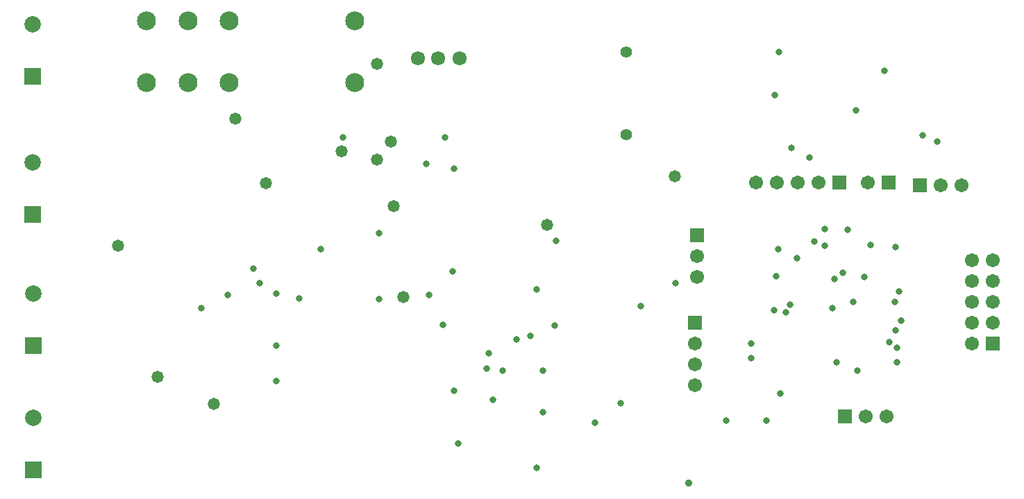
<source format=gbs>
G04*
G04 #@! TF.GenerationSoftware,Altium Limited,Altium Designer,23.4.1 (23)*
G04*
G04 Layer_Color=16711935*
%FSLAX44Y44*%
%MOMM*%
G71*
G04*
G04 #@! TF.SameCoordinates,80FF149A-008E-4E34-88B8-DC70BB772429*
G04*
G04*
G04 #@! TF.FilePolarity,Negative*
G04*
G01*
G75*
%ADD36C,1.7222*%
%ADD37R,2.0032X2.0032*%
%ADD38C,2.0032*%
%ADD39C,1.4032*%
%ADD40C,1.7032*%
%ADD41R,1.7032X1.7032*%
%ADD42R,1.7032X1.7032*%
%ADD43C,2.3032*%
%ADD44C,0.8382*%
%ADD45C,1.4732*%
%ADD46C,0.9144*%
D36*
X545900Y548640D02*
D03*
X570900D02*
D03*
X596900D02*
D03*
D37*
X77470Y46990D02*
D03*
X76200Y527050D02*
D03*
Y358140D02*
D03*
X77470Y198120D02*
D03*
D38*
Y110490D02*
D03*
X76200Y590550D02*
D03*
Y421640D02*
D03*
X77470Y261620D02*
D03*
D39*
X800100Y556260D02*
D03*
Y456260D02*
D03*
D40*
X886460Y281940D02*
D03*
Y307340D02*
D03*
X1094740Y397510D02*
D03*
X883920Y200660D02*
D03*
Y175260D02*
D03*
Y149860D02*
D03*
X1209040Y393700D02*
D03*
X1183640D02*
D03*
X1035050Y397510D02*
D03*
X1009650D02*
D03*
X984250D02*
D03*
X958850D02*
D03*
X1117600Y111760D02*
D03*
X1092200D02*
D03*
X1221740Y200660D02*
D03*
X1247140Y226060D02*
D03*
X1221740D02*
D03*
X1247140Y251460D02*
D03*
X1221740D02*
D03*
X1247140Y276860D02*
D03*
X1221740D02*
D03*
X1247140Y302260D02*
D03*
X1221740D02*
D03*
D41*
X886460Y332740D02*
D03*
X883920Y226060D02*
D03*
X1247140Y200660D02*
D03*
D42*
X1120140Y397510D02*
D03*
X1158240Y393700D02*
D03*
X1060450Y397510D02*
D03*
X1066800Y111760D02*
D03*
D43*
X215430Y594360D02*
D03*
Y519360D02*
D03*
X468830Y594360D02*
D03*
X316230D02*
D03*
X265830D02*
D03*
Y519360D02*
D03*
X316230D02*
D03*
X468830D02*
D03*
D44*
X1128522Y217424D02*
D03*
X594868Y79248D02*
D03*
X314452Y260096D02*
D03*
X400965Y255931D02*
D03*
X1120902Y202692D02*
D03*
X690626Y49530D02*
D03*
X588518Y289306D02*
D03*
X559308Y260350D02*
D03*
X986536Y556260D02*
D03*
X666242Y205994D02*
D03*
X683006Y210058D02*
D03*
X712724Y223012D02*
D03*
X649224Y167894D02*
D03*
X630174Y170434D02*
D03*
X994664Y239014D02*
D03*
X1000252Y248412D02*
D03*
X632460Y189230D02*
D03*
X576580Y223520D02*
D03*
X1029970Y325120D02*
D03*
X454660Y452120D02*
D03*
X556260Y420370D02*
D03*
X1098550Y321310D02*
D03*
X1090930Y281940D02*
D03*
X1162050Y454660D02*
D03*
X1179830Y447040D02*
D03*
X1115060Y533400D02*
D03*
X499110Y335280D02*
D03*
X715010Y326390D02*
D03*
X817880Y246380D02*
D03*
X590550Y414020D02*
D03*
X427990Y316230D02*
D03*
X590550Y143510D02*
D03*
X971550Y106680D02*
D03*
X981710Y504190D02*
D03*
X1042670Y320040D02*
D03*
X1064260Y287020D02*
D03*
X1054100Y279400D02*
D03*
X1042670Y340360D02*
D03*
X982980Y283210D02*
D03*
X985520Y316230D02*
D03*
X1008380Y304800D02*
D03*
X637540Y132080D02*
D03*
X698500Y167640D02*
D03*
Y116840D02*
D03*
X762000Y104140D02*
D03*
X952500Y182880D02*
D03*
X922020Y106680D02*
D03*
X373380Y154940D02*
D03*
Y198120D02*
D03*
X281940Y243840D02*
D03*
X353060Y274320D02*
D03*
X373380Y261620D02*
D03*
X345440Y292100D02*
D03*
X579120Y452120D02*
D03*
X952500Y200660D02*
D03*
X1130300Y177800D02*
D03*
X1056640D02*
D03*
X1130300Y195580D02*
D03*
X690880Y266700D02*
D03*
X498602Y255270D02*
D03*
X792988Y128270D02*
D03*
X1070356Y339598D02*
D03*
X1080262Y485902D02*
D03*
X1135380Y228600D02*
D03*
X1127760Y251460D02*
D03*
X1128776Y318717D02*
D03*
X1132840Y264160D02*
D03*
X860044Y274320D02*
D03*
X980440Y241300D02*
D03*
X1051560Y243840D02*
D03*
X1082040Y167640D02*
D03*
X988060Y139700D02*
D03*
X1076960Y251460D02*
D03*
X1023366Y427736D02*
D03*
X1001776Y439420D02*
D03*
D45*
X496570Y542290D02*
D03*
Y425450D02*
D03*
X453390Y435610D02*
D03*
X516890Y368300D02*
D03*
X859790Y405130D02*
D03*
X703580Y345440D02*
D03*
X528320Y257810D02*
D03*
X360680Y396240D02*
D03*
X323850Y474980D02*
D03*
X513080Y447040D02*
D03*
X297180Y127000D02*
D03*
X228600Y160020D02*
D03*
X180340Y320040D02*
D03*
D46*
X876300Y30480D02*
D03*
M02*

</source>
